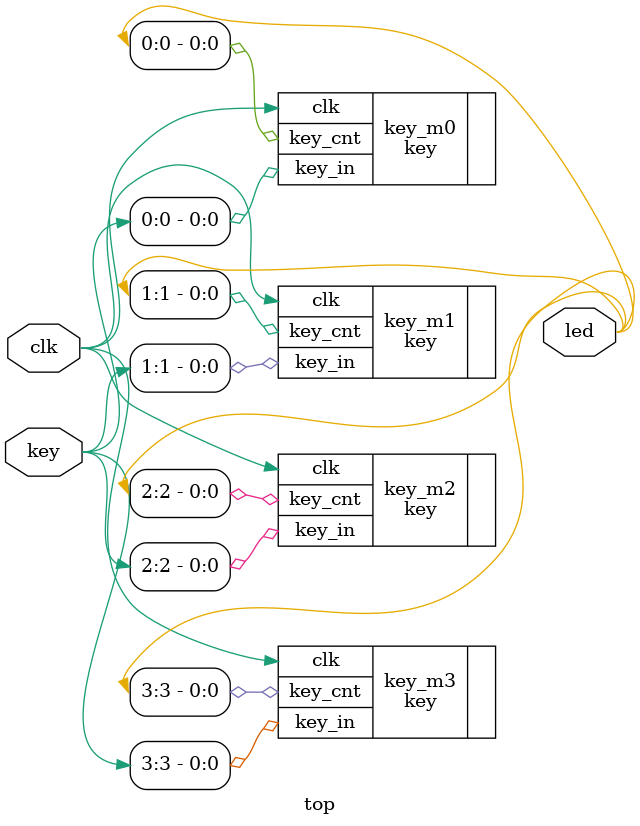
<source format=sv>
module top(
    input               clk,
    input      [3:0]    key,

    output reg [3:0]    led
);

//按键消抖 4 
key #(
	.CLK_FRE	(50   				),
	.CNT  		(1 					)
)key_m0(
	.clk 		(clk 				),
	.key_in 	(key[0] 			),
	.key_cnt	(led[0] 			)
	);

key #(
	.CLK_FRE	(50   				),
	.CNT  		(1 					)
)key_m1(
	.clk 		(clk 				),
	.key_in 	(key[1] 			),
	.key_cnt	(led[1] 			)
	);

key #(
	.CLK_FRE	(50   				),
	.CNT  		(1 					)
)key_m2(
	.clk 		(clk 				),
	.key_in 	(key[2] 			),
	.key_cnt	(led[2] 			)
	);

key #(
	.CLK_FRE	(50   				),
	.CNT  		(1 					)
)key_m3(
	.clk 		(clk 				),
	.key_in 	(key[3] 			),
	.key_cnt	(led[3] 			)
	);

endmodule
</source>
